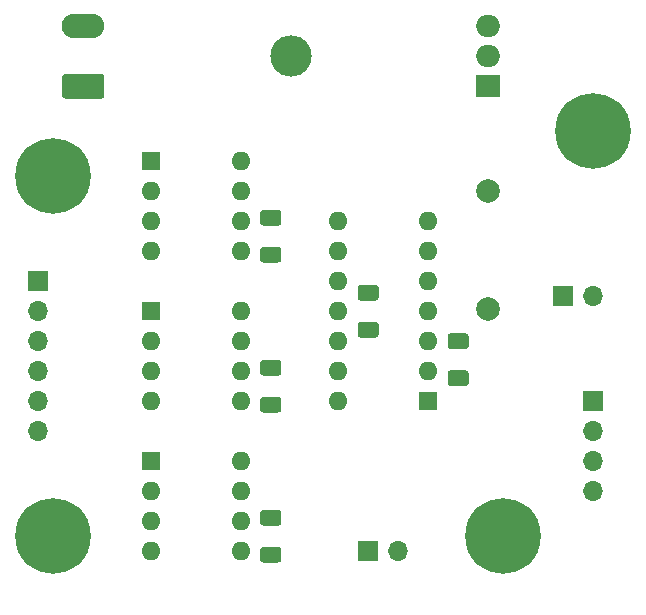
<source format=gbr>
%TF.GenerationSoftware,KiCad,Pcbnew,5.1.10-1.fc33*%
%TF.CreationDate,2021-06-13T17:02:16+02:00*%
%TF.ProjectId,power-driver,706f7765-722d-4647-9269-7665722e6b69,rev?*%
%TF.SameCoordinates,Original*%
%TF.FileFunction,Soldermask,Bot*%
%TF.FilePolarity,Negative*%
%FSLAX46Y46*%
G04 Gerber Fmt 4.6, Leading zero omitted, Abs format (unit mm)*
G04 Created by KiCad (PCBNEW 5.1.10-1.fc33) date 2021-06-13 17:02:16*
%MOMM*%
%LPD*%
G01*
G04 APERTURE LIST*
%ADD10C,6.400000*%
%ADD11O,1.700000X1.700000*%
%ADD12R,1.700000X1.700000*%
%ADD13O,2.000000X1.905000*%
%ADD14R,2.000000X1.905000*%
%ADD15O,3.500000X3.500000*%
%ADD16O,1.600000X1.600000*%
%ADD17R,1.600000X1.600000*%
%ADD18O,3.600000X2.080000*%
%ADD19C,2.000000*%
G04 APERTURE END LIST*
D10*
%TO.C,H4*%
X100330000Y-119380000D03*
%TD*%
%TO.C,C6*%
G36*
G01*
X118094999Y-120280000D02*
X119395001Y-120280000D01*
G75*
G02*
X119645000Y-120529999I0J-249999D01*
G01*
X119645000Y-121355001D01*
G75*
G02*
X119395001Y-121605000I-249999J0D01*
G01*
X118094999Y-121605000D01*
G75*
G02*
X117845000Y-121355001I0J249999D01*
G01*
X117845000Y-120529999D01*
G75*
G02*
X118094999Y-120280000I249999J0D01*
G01*
G37*
G36*
G01*
X118094999Y-117155000D02*
X119395001Y-117155000D01*
G75*
G02*
X119645000Y-117404999I0J-249999D01*
G01*
X119645000Y-118230001D01*
G75*
G02*
X119395001Y-118480000I-249999J0D01*
G01*
X118094999Y-118480000D01*
G75*
G02*
X117845000Y-118230001I0J249999D01*
G01*
X117845000Y-117404999D01*
G75*
G02*
X118094999Y-117155000I249999J0D01*
G01*
G37*
%TD*%
%TO.C,C5*%
G36*
G01*
X118094999Y-107580000D02*
X119395001Y-107580000D01*
G75*
G02*
X119645000Y-107829999I0J-249999D01*
G01*
X119645000Y-108655001D01*
G75*
G02*
X119395001Y-108905000I-249999J0D01*
G01*
X118094999Y-108905000D01*
G75*
G02*
X117845000Y-108655001I0J249999D01*
G01*
X117845000Y-107829999D01*
G75*
G02*
X118094999Y-107580000I249999J0D01*
G01*
G37*
G36*
G01*
X118094999Y-104455000D02*
X119395001Y-104455000D01*
G75*
G02*
X119645000Y-104704999I0J-249999D01*
G01*
X119645000Y-105530001D01*
G75*
G02*
X119395001Y-105780000I-249999J0D01*
G01*
X118094999Y-105780000D01*
G75*
G02*
X117845000Y-105530001I0J249999D01*
G01*
X117845000Y-104704999D01*
G75*
G02*
X118094999Y-104455000I249999J0D01*
G01*
G37*
%TD*%
%TO.C,C7*%
G36*
G01*
X118094999Y-94880000D02*
X119395001Y-94880000D01*
G75*
G02*
X119645000Y-95129999I0J-249999D01*
G01*
X119645000Y-95955001D01*
G75*
G02*
X119395001Y-96205000I-249999J0D01*
G01*
X118094999Y-96205000D01*
G75*
G02*
X117845000Y-95955001I0J249999D01*
G01*
X117845000Y-95129999D01*
G75*
G02*
X118094999Y-94880000I249999J0D01*
G01*
G37*
G36*
G01*
X118094999Y-91755000D02*
X119395001Y-91755000D01*
G75*
G02*
X119645000Y-92004999I0J-249999D01*
G01*
X119645000Y-92830001D01*
G75*
G02*
X119395001Y-93080000I-249999J0D01*
G01*
X118094999Y-93080000D01*
G75*
G02*
X117845000Y-92830001I0J249999D01*
G01*
X117845000Y-92004999D01*
G75*
G02*
X118094999Y-91755000I249999J0D01*
G01*
G37*
%TD*%
%TO.C,H3*%
X138430000Y-119380000D03*
%TD*%
%TO.C,H2*%
X146050000Y-85090000D03*
%TD*%
%TO.C,H1*%
X100330000Y-88900000D03*
%TD*%
D11*
%TO.C,JP2*%
X129540000Y-120650000D03*
D12*
X127000000Y-120650000D03*
%TD*%
D11*
%TO.C,JP1*%
X146050000Y-99060000D03*
D12*
X143510000Y-99060000D03*
%TD*%
D11*
%TO.C,J3*%
X146050000Y-115570000D03*
X146050000Y-113030000D03*
X146050000Y-110490000D03*
D12*
X146050000Y-107950000D03*
%TD*%
D11*
%TO.C,J2*%
X99060000Y-110490000D03*
X99060000Y-107950000D03*
X99060000Y-105410000D03*
X99060000Y-102870000D03*
X99060000Y-100330000D03*
D12*
X99060000Y-97790000D03*
%TD*%
D13*
%TO.C,U1*%
X137160000Y-76200000D03*
X137160000Y-78740000D03*
D14*
X137160000Y-81280000D03*
D15*
X120500000Y-78740000D03*
%TD*%
D16*
%TO.C,U5*%
X124460000Y-107950000D03*
X132080000Y-92710000D03*
X124460000Y-105410000D03*
X132080000Y-95250000D03*
X124460000Y-102870000D03*
X132080000Y-97790000D03*
X124460000Y-100330000D03*
X132080000Y-100330000D03*
X124460000Y-97790000D03*
X132080000Y-102870000D03*
X124460000Y-95250000D03*
X132080000Y-105410000D03*
X124460000Y-92710000D03*
D17*
X132080000Y-107950000D03*
%TD*%
D16*
%TO.C,U4*%
X116205000Y-113030000D03*
X108585000Y-120650000D03*
X116205000Y-115570000D03*
X108585000Y-118110000D03*
X116205000Y-118110000D03*
X108585000Y-115570000D03*
X116205000Y-120650000D03*
D17*
X108585000Y-113030000D03*
%TD*%
D16*
%TO.C,U3*%
X116205000Y-100330000D03*
X108585000Y-107950000D03*
X116205000Y-102870000D03*
X108585000Y-105410000D03*
X116205000Y-105410000D03*
X108585000Y-102870000D03*
X116205000Y-107950000D03*
D17*
X108585000Y-100330000D03*
%TD*%
D16*
%TO.C,U2*%
X116205000Y-87630000D03*
X108585000Y-95250000D03*
X116205000Y-90170000D03*
X108585000Y-92710000D03*
X116205000Y-92710000D03*
X108585000Y-90170000D03*
X116205000Y-95250000D03*
D17*
X108585000Y-87630000D03*
%TD*%
D18*
%TO.C,J1*%
X102870000Y-76200000D03*
G36*
G01*
X104420001Y-82320000D02*
X101319999Y-82320000D01*
G75*
G02*
X101070000Y-82070001I0J249999D01*
G01*
X101070000Y-80489999D01*
G75*
G02*
X101319999Y-80240000I249999J0D01*
G01*
X104420001Y-80240000D01*
G75*
G02*
X104670000Y-80489999I0J-249999D01*
G01*
X104670000Y-82070001D01*
G75*
G02*
X104420001Y-82320000I-249999J0D01*
G01*
G37*
%TD*%
D19*
%TO.C,C10*%
X137160000Y-100170000D03*
X137160000Y-90170000D03*
%TD*%
%TO.C,C9*%
G36*
G01*
X133969999Y-105332500D02*
X135270001Y-105332500D01*
G75*
G02*
X135520000Y-105582499I0J-249999D01*
G01*
X135520000Y-106407501D01*
G75*
G02*
X135270001Y-106657500I-249999J0D01*
G01*
X133969999Y-106657500D01*
G75*
G02*
X133720000Y-106407501I0J249999D01*
G01*
X133720000Y-105582499D01*
G75*
G02*
X133969999Y-105332500I249999J0D01*
G01*
G37*
G36*
G01*
X133969999Y-102207500D02*
X135270001Y-102207500D01*
G75*
G02*
X135520000Y-102457499I0J-249999D01*
G01*
X135520000Y-103282501D01*
G75*
G02*
X135270001Y-103532500I-249999J0D01*
G01*
X133969999Y-103532500D01*
G75*
G02*
X133720000Y-103282501I0J249999D01*
G01*
X133720000Y-102457499D01*
G75*
G02*
X133969999Y-102207500I249999J0D01*
G01*
G37*
%TD*%
%TO.C,C8*%
G36*
G01*
X127650001Y-99430000D02*
X126349999Y-99430000D01*
G75*
G02*
X126100000Y-99180001I0J249999D01*
G01*
X126100000Y-98354999D01*
G75*
G02*
X126349999Y-98105000I249999J0D01*
G01*
X127650001Y-98105000D01*
G75*
G02*
X127900000Y-98354999I0J-249999D01*
G01*
X127900000Y-99180001D01*
G75*
G02*
X127650001Y-99430000I-249999J0D01*
G01*
G37*
G36*
G01*
X127650001Y-102555000D02*
X126349999Y-102555000D01*
G75*
G02*
X126100000Y-102305001I0J249999D01*
G01*
X126100000Y-101479999D01*
G75*
G02*
X126349999Y-101230000I249999J0D01*
G01*
X127650001Y-101230000D01*
G75*
G02*
X127900000Y-101479999I0J-249999D01*
G01*
X127900000Y-102305001D01*
G75*
G02*
X127650001Y-102555000I-249999J0D01*
G01*
G37*
%TD*%
M02*

</source>
